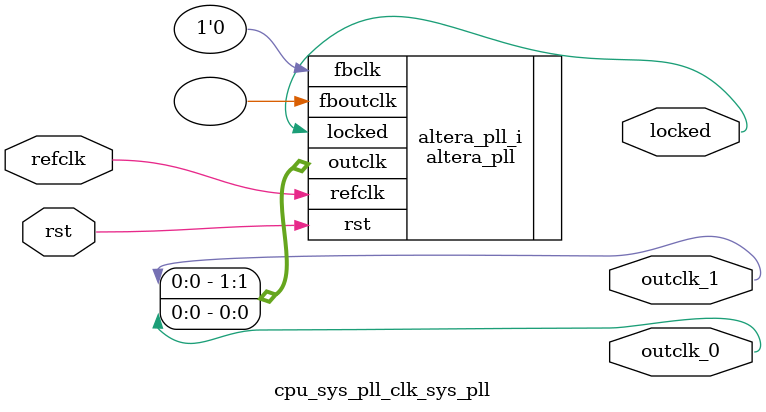
<source format=v>
`timescale 1ns/10ps
module  cpu_sys_pll_clk_sys_pll(

	// interface 'refclk'
	input wire refclk,

	// interface 'reset'
	input wire rst,

	// interface 'outclk0'
	output wire outclk_0,

	// interface 'outclk1'
	output wire outclk_1,

	// interface 'locked'
	output wire locked
);

	altera_pll #(
		.fractional_vco_multiplier("false"),
		.reference_clock_frequency("50.0 MHz"),
		.operation_mode("direct"),
		.number_of_clocks(2),
		.output_clock_frequency0("50.000000 MHz"),
		.phase_shift0("0 ps"),
		.duty_cycle0(50),
		.output_clock_frequency1("50.000000 MHz"),
		.phase_shift1("-3000 ps"),
		.duty_cycle1(50),
		.output_clock_frequency2("0 MHz"),
		.phase_shift2("0 ps"),
		.duty_cycle2(50),
		.output_clock_frequency3("0 MHz"),
		.phase_shift3("0 ps"),
		.duty_cycle3(50),
		.output_clock_frequency4("0 MHz"),
		.phase_shift4("0 ps"),
		.duty_cycle4(50),
		.output_clock_frequency5("0 MHz"),
		.phase_shift5("0 ps"),
		.duty_cycle5(50),
		.output_clock_frequency6("0 MHz"),
		.phase_shift6("0 ps"),
		.duty_cycle6(50),
		.output_clock_frequency7("0 MHz"),
		.phase_shift7("0 ps"),
		.duty_cycle7(50),
		.output_clock_frequency8("0 MHz"),
		.phase_shift8("0 ps"),
		.duty_cycle8(50),
		.output_clock_frequency9("0 MHz"),
		.phase_shift9("0 ps"),
		.duty_cycle9(50),
		.output_clock_frequency10("0 MHz"),
		.phase_shift10("0 ps"),
		.duty_cycle10(50),
		.output_clock_frequency11("0 MHz"),
		.phase_shift11("0 ps"),
		.duty_cycle11(50),
		.output_clock_frequency12("0 MHz"),
		.phase_shift12("0 ps"),
		.duty_cycle12(50),
		.output_clock_frequency13("0 MHz"),
		.phase_shift13("0 ps"),
		.duty_cycle13(50),
		.output_clock_frequency14("0 MHz"),
		.phase_shift14("0 ps"),
		.duty_cycle14(50),
		.output_clock_frequency15("0 MHz"),
		.phase_shift15("0 ps"),
		.duty_cycle15(50),
		.output_clock_frequency16("0 MHz"),
		.phase_shift16("0 ps"),
		.duty_cycle16(50),
		.output_clock_frequency17("0 MHz"),
		.phase_shift17("0 ps"),
		.duty_cycle17(50),
		.pll_type("General"),
		.pll_subtype("General")
	) altera_pll_i (
		.rst	(rst),
		.outclk	({outclk_1, outclk_0}),
		.locked	(locked),
		.fboutclk	( ),
		.fbclk	(1'b0),
		.refclk	(refclk)
	);
endmodule


</source>
